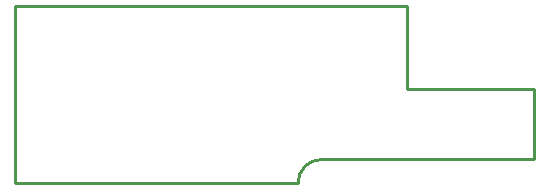
<source format=gm1>
%FSLAX44Y44*%
%MOMM*%
G71*
G01*
G75*
G04 Layer_Color=16711935*
%ADD10R,0.6000X0.6000*%
%ADD11R,0.6000X0.6000*%
%ADD12R,3.4800X0.2000*%
%ADD13R,0.4600X0.4600*%
%ADD14R,0.7500X0.6500*%
%ADD15R,0.2500X0.4000*%
%ADD16R,2.2000X1.0500*%
%ADD17R,1.0500X1.0000*%
%ADD18R,0.3500X0.6000*%
%ADD19R,1.6000X1.0000*%
%ADD20R,1.0000X1.0000*%
%ADD21O,0.7500X0.2800*%
%ADD22O,0.2800X0.7500*%
%ADD23R,4.2000X4.2000*%
%ADD24C,0.1500*%
%ADD25C,0.4000*%
%ADD26C,0.6000*%
%ADD27C,0.2200*%
%ADD28C,0.2500*%
%ADD29C,0.3000*%
%ADD30C,0.2000*%
%ADD31R,4.1148X1.3716*%
%ADD32R,1.0000X1.0000*%
%ADD33C,1.0000*%
%ADD34C,1.5000*%
%ADD35R,1.5000X1.5000*%
%ADD36C,0.4000*%
%ADD37R,1.2000X1.2000*%
%ADD38R,0.5000X0.5000*%
%ADD39R,0.5000X0.5000*%
%ADD40R,0.6500X0.5500*%
%ADD41R,0.1500X0.3000*%
%ADD42R,0.2500X0.5000*%
%ADD43R,1.4000X0.8000*%
%ADD44R,0.9000X0.9000*%
%ADD45O,0.7000X0.2300*%
%ADD46O,0.2300X0.7000*%
%ADD47R,0.7000X0.7000*%
%ADD48R,0.7000X0.7000*%
%ADD49R,0.8500X0.7500*%
%ADD50R,2.3000X1.1500*%
%ADD51R,1.1500X1.1000*%
%ADD52R,0.4900X0.7400*%
%ADD53R,1.7000X1.1000*%
%ADD54R,1.1000X1.1000*%
%ADD55O,0.8500X0.3800*%
%ADD56O,0.3800X0.8500*%
%ADD57R,1.1000X1.1000*%
%ADD58C,1.1000*%
%ADD59C,1.6000*%
%ADD60R,1.6000X1.6000*%
%ADD61C,0.2540*%
D61*
X2760000Y2520000D02*
G03*
X2740000Y2500000I0J-20000D01*
G01*
X2719000D02*
X2740000D01*
X2760000Y2520000D02*
X2939500D01*
X2500000Y2650000D02*
X2832232D01*
Y2580000D02*
Y2650000D01*
Y2580000D02*
X2939500D01*
Y2520000D02*
Y2580000D01*
X2500000Y2500000D02*
X2719000D01*
X2500000D02*
Y2650000D01*
M02*

</source>
